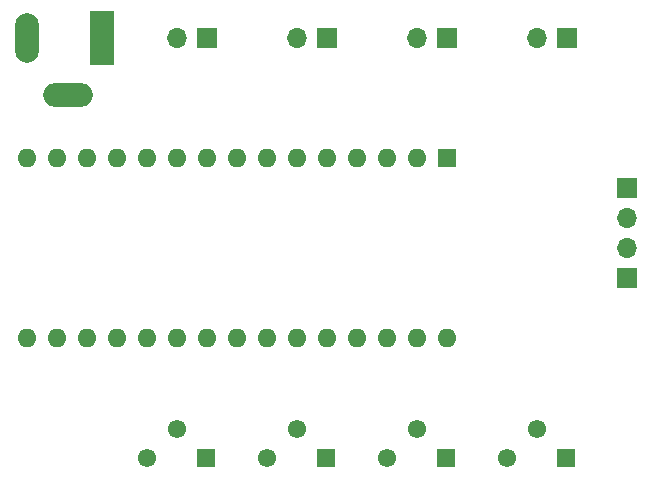
<source format=gbr>
%TF.GenerationSoftware,KiCad,Pcbnew,8.0.4*%
%TF.CreationDate,2024-08-02T12:11:39-04:00*%
%TF.ProjectId,LaserController5,4c617365-7243-46f6-9e74-726f6c6c6572,rev?*%
%TF.SameCoordinates,Original*%
%TF.FileFunction,Soldermask,Top*%
%TF.FilePolarity,Negative*%
%FSLAX46Y46*%
G04 Gerber Fmt 4.6, Leading zero omitted, Abs format (unit mm)*
G04 Created by KiCad (PCBNEW 8.0.4) date 2024-08-02 12:11:39*
%MOMM*%
%LPD*%
G01*
G04 APERTURE LIST*
%ADD10R,2.000000X4.600000*%
%ADD11O,2.000000X4.200000*%
%ADD12O,4.200000X2.000000*%
%ADD13R,1.700000X1.700000*%
%ADD14O,1.700000X1.700000*%
%ADD15R,1.550000X1.550000*%
%ADD16C,1.550000*%
%ADD17R,1.600000X1.600000*%
%ADD18O,1.600000X1.600000*%
G04 APERTURE END LIST*
D10*
%TO.C,DC12v*%
X120600000Y-81280000D03*
D11*
X114300000Y-81280000D03*
D12*
X117700000Y-86080000D03*
%TD*%
D13*
%TO.C,REF\u002A\u002A*%
X165100000Y-93980000D03*
D14*
X165100000Y-96520000D03*
%TD*%
D13*
%TO.C,*%
X165100000Y-93980000D03*
%TD*%
%TO.C,REF\u002A\u002A*%
X165100000Y-101600000D03*
D14*
X165100000Y-99060000D03*
%TD*%
D13*
%TO.C,*%
X165100000Y-101600000D03*
%TD*%
D14*
%TO.C,REF\u002A\u002A*%
X157480000Y-81280000D03*
D13*
X160020000Y-81280000D03*
%TD*%
%TO.C,*%
X160020000Y-81280000D03*
%TD*%
D14*
%TO.C,REF\u002A\u002A*%
X147320000Y-81280000D03*
D13*
X149860000Y-81280000D03*
%TD*%
%TO.C,*%
X149860000Y-81280000D03*
%TD*%
%TO.C,REF\u002A\u002A*%
X139700000Y-81280000D03*
D14*
X137160000Y-81280000D03*
%TD*%
D13*
%TO.C,*%
X139700000Y-81280000D03*
%TD*%
%TO.C,*%
X129540000Y-81280000D03*
%TD*%
%TO.C,REF\u002A\u002A*%
X129540000Y-81280000D03*
D14*
X127000000Y-81280000D03*
%TD*%
D15*
%TO.C,REF\u002A\u002A*%
X159940000Y-116840000D03*
D16*
X157440000Y-114340000D03*
X154940000Y-116840000D03*
%TD*%
D15*
%TO.C,REF\u002A\u002A*%
X149780000Y-116840000D03*
D16*
X147280000Y-114340000D03*
X144780000Y-116840000D03*
%TD*%
D15*
%TO.C,REF\u002A\u002A*%
X139620000Y-116840000D03*
D16*
X137120000Y-114340000D03*
X134620000Y-116840000D03*
%TD*%
D15*
%TO.C,REF\u002A\u002A*%
X129460000Y-116840000D03*
D16*
X126960000Y-114340000D03*
X124460000Y-116840000D03*
%TD*%
D17*
%TO.C,U1*%
X149860000Y-91440000D03*
D18*
X147320000Y-91440000D03*
X144780000Y-91440000D03*
X142240000Y-91440000D03*
X139700000Y-91440000D03*
X137160000Y-91440000D03*
X134620000Y-91440000D03*
X132080000Y-91440000D03*
X129540000Y-91440000D03*
X127000000Y-91440000D03*
X124460000Y-91440000D03*
X121920000Y-91440000D03*
X119380000Y-91440000D03*
X116840000Y-91440000D03*
X114300000Y-91440000D03*
X114300000Y-106680000D03*
X116840000Y-106680000D03*
X119380000Y-106680000D03*
X121920000Y-106680000D03*
X124460000Y-106680000D03*
X127000000Y-106680000D03*
X129540000Y-106680000D03*
X132080000Y-106680000D03*
X134620000Y-106680000D03*
X137160000Y-106680000D03*
X139700000Y-106680000D03*
X142240000Y-106680000D03*
X144780000Y-106680000D03*
X147320000Y-106680000D03*
X149860000Y-106680000D03*
%TD*%
M02*

</source>
